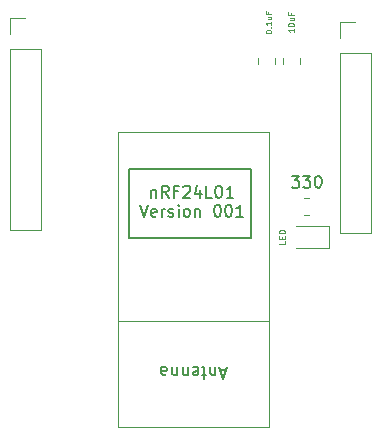
<source format=gbr>
%TF.GenerationSoftware,KiCad,Pcbnew,6.0.5-a6ca702e91~116~ubuntu20.04.1*%
%TF.CreationDate,2022-05-08T08:36:28-05:00*%
%TF.ProjectId,nRF24L01_shield_v001,6e524632-344c-4303-915f-736869656c64,rev?*%
%TF.SameCoordinates,Original*%
%TF.FileFunction,Legend,Top*%
%TF.FilePolarity,Positive*%
%FSLAX46Y46*%
G04 Gerber Fmt 4.6, Leading zero omitted, Abs format (unit mm)*
G04 Created by KiCad (PCBNEW 6.0.5-a6ca702e91~116~ubuntu20.04.1) date 2022-05-08 08:36:28*
%MOMM*%
%LPD*%
G01*
G04 APERTURE LIST*
%ADD10C,0.150000*%
%ADD11C,0.125000*%
%ADD12C,0.120000*%
G04 APERTURE END LIST*
D10*
X148460000Y-89730000D02*
X158760000Y-89730000D01*
X158760000Y-89730000D02*
X158760000Y-95540000D01*
X158760000Y-95540000D02*
X148460000Y-95540000D01*
X148460000Y-95540000D02*
X148460000Y-89730000D01*
X150347619Y-91480714D02*
X150347619Y-92147380D01*
X150347619Y-91575952D02*
X150395238Y-91528333D01*
X150490476Y-91480714D01*
X150633333Y-91480714D01*
X150728571Y-91528333D01*
X150776190Y-91623571D01*
X150776190Y-92147380D01*
X151823809Y-92147380D02*
X151490476Y-91671190D01*
X151252380Y-92147380D02*
X151252380Y-91147380D01*
X151633333Y-91147380D01*
X151728571Y-91195000D01*
X151776190Y-91242619D01*
X151823809Y-91337857D01*
X151823809Y-91480714D01*
X151776190Y-91575952D01*
X151728571Y-91623571D01*
X151633333Y-91671190D01*
X151252380Y-91671190D01*
X152585714Y-91623571D02*
X152252380Y-91623571D01*
X152252380Y-92147380D02*
X152252380Y-91147380D01*
X152728571Y-91147380D01*
X153061904Y-91242619D02*
X153109523Y-91195000D01*
X153204761Y-91147380D01*
X153442857Y-91147380D01*
X153538095Y-91195000D01*
X153585714Y-91242619D01*
X153633333Y-91337857D01*
X153633333Y-91433095D01*
X153585714Y-91575952D01*
X153014285Y-92147380D01*
X153633333Y-92147380D01*
X154490476Y-91480714D02*
X154490476Y-92147380D01*
X154252380Y-91099761D02*
X154014285Y-91814047D01*
X154633333Y-91814047D01*
X155490476Y-92147380D02*
X155014285Y-92147380D01*
X155014285Y-91147380D01*
X156014285Y-91147380D02*
X156109523Y-91147380D01*
X156204761Y-91195000D01*
X156252380Y-91242619D01*
X156300000Y-91337857D01*
X156347619Y-91528333D01*
X156347619Y-91766428D01*
X156300000Y-91956904D01*
X156252380Y-92052142D01*
X156204761Y-92099761D01*
X156109523Y-92147380D01*
X156014285Y-92147380D01*
X155919047Y-92099761D01*
X155871428Y-92052142D01*
X155823809Y-91956904D01*
X155776190Y-91766428D01*
X155776190Y-91528333D01*
X155823809Y-91337857D01*
X155871428Y-91242619D01*
X155919047Y-91195000D01*
X156014285Y-91147380D01*
X157300000Y-92147380D02*
X156728571Y-92147380D01*
X157014285Y-92147380D02*
X157014285Y-91147380D01*
X156919047Y-91290238D01*
X156823809Y-91385476D01*
X156728571Y-91433095D01*
X149371428Y-92757380D02*
X149704761Y-93757380D01*
X150038095Y-92757380D01*
X150752380Y-93709761D02*
X150657142Y-93757380D01*
X150466666Y-93757380D01*
X150371428Y-93709761D01*
X150323809Y-93614523D01*
X150323809Y-93233571D01*
X150371428Y-93138333D01*
X150466666Y-93090714D01*
X150657142Y-93090714D01*
X150752380Y-93138333D01*
X150800000Y-93233571D01*
X150800000Y-93328809D01*
X150323809Y-93424047D01*
X151228571Y-93757380D02*
X151228571Y-93090714D01*
X151228571Y-93281190D02*
X151276190Y-93185952D01*
X151323809Y-93138333D01*
X151419047Y-93090714D01*
X151514285Y-93090714D01*
X151800000Y-93709761D02*
X151895238Y-93757380D01*
X152085714Y-93757380D01*
X152180952Y-93709761D01*
X152228571Y-93614523D01*
X152228571Y-93566904D01*
X152180952Y-93471666D01*
X152085714Y-93424047D01*
X151942857Y-93424047D01*
X151847619Y-93376428D01*
X151800000Y-93281190D01*
X151800000Y-93233571D01*
X151847619Y-93138333D01*
X151942857Y-93090714D01*
X152085714Y-93090714D01*
X152180952Y-93138333D01*
X152657142Y-93757380D02*
X152657142Y-93090714D01*
X152657142Y-92757380D02*
X152609523Y-92805000D01*
X152657142Y-92852619D01*
X152704761Y-92805000D01*
X152657142Y-92757380D01*
X152657142Y-92852619D01*
X153276190Y-93757380D02*
X153180952Y-93709761D01*
X153133333Y-93662142D01*
X153085714Y-93566904D01*
X153085714Y-93281190D01*
X153133333Y-93185952D01*
X153180952Y-93138333D01*
X153276190Y-93090714D01*
X153419047Y-93090714D01*
X153514285Y-93138333D01*
X153561904Y-93185952D01*
X153609523Y-93281190D01*
X153609523Y-93566904D01*
X153561904Y-93662142D01*
X153514285Y-93709761D01*
X153419047Y-93757380D01*
X153276190Y-93757380D01*
X154038095Y-93090714D02*
X154038095Y-93757380D01*
X154038095Y-93185952D02*
X154085714Y-93138333D01*
X154180952Y-93090714D01*
X154323809Y-93090714D01*
X154419047Y-93138333D01*
X154466666Y-93233571D01*
X154466666Y-93757380D01*
X155895238Y-92757380D02*
X155990476Y-92757380D01*
X156085714Y-92805000D01*
X156133333Y-92852619D01*
X156180952Y-92947857D01*
X156228571Y-93138333D01*
X156228571Y-93376428D01*
X156180952Y-93566904D01*
X156133333Y-93662142D01*
X156085714Y-93709761D01*
X155990476Y-93757380D01*
X155895238Y-93757380D01*
X155800000Y-93709761D01*
X155752380Y-93662142D01*
X155704761Y-93566904D01*
X155657142Y-93376428D01*
X155657142Y-93138333D01*
X155704761Y-92947857D01*
X155752380Y-92852619D01*
X155800000Y-92805000D01*
X155895238Y-92757380D01*
X156847619Y-92757380D02*
X156942857Y-92757380D01*
X157038095Y-92805000D01*
X157085714Y-92852619D01*
X157133333Y-92947857D01*
X157180952Y-93138333D01*
X157180952Y-93376428D01*
X157133333Y-93566904D01*
X157085714Y-93662142D01*
X157038095Y-93709761D01*
X156942857Y-93757380D01*
X156847619Y-93757380D01*
X156752380Y-93709761D01*
X156704761Y-93662142D01*
X156657142Y-93566904D01*
X156609523Y-93376428D01*
X156609523Y-93138333D01*
X156657142Y-92947857D01*
X156704761Y-92852619D01*
X156752380Y-92805000D01*
X156847619Y-92757380D01*
X158133333Y-93757380D02*
X157561904Y-93757380D01*
X157847619Y-93757380D02*
X157847619Y-92757380D01*
X157752380Y-92900238D01*
X157657142Y-92995476D01*
X157561904Y-93043095D01*
D11*
%TO.C,C1*%
X160026190Y-78121428D02*
X160026190Y-78073809D01*
X160050000Y-78026190D01*
X160073809Y-78002380D01*
X160121428Y-77978571D01*
X160216666Y-77954761D01*
X160335714Y-77954761D01*
X160430952Y-77978571D01*
X160478571Y-78002380D01*
X160502380Y-78026190D01*
X160526190Y-78073809D01*
X160526190Y-78121428D01*
X160502380Y-78169047D01*
X160478571Y-78192857D01*
X160430952Y-78216666D01*
X160335714Y-78240476D01*
X160216666Y-78240476D01*
X160121428Y-78216666D01*
X160073809Y-78192857D01*
X160050000Y-78169047D01*
X160026190Y-78121428D01*
X160478571Y-77740476D02*
X160502380Y-77716666D01*
X160526190Y-77740476D01*
X160502380Y-77764285D01*
X160478571Y-77740476D01*
X160526190Y-77740476D01*
X160526190Y-77240476D02*
X160526190Y-77526190D01*
X160526190Y-77383333D02*
X160026190Y-77383333D01*
X160097619Y-77430952D01*
X160145238Y-77478571D01*
X160169047Y-77526190D01*
X160192857Y-76811904D02*
X160526190Y-76811904D01*
X160192857Y-77026190D02*
X160454761Y-77026190D01*
X160502380Y-77002380D01*
X160526190Y-76954761D01*
X160526190Y-76883333D01*
X160502380Y-76835714D01*
X160478571Y-76811904D01*
X160264285Y-76407142D02*
X160264285Y-76573809D01*
X160526190Y-76573809D02*
X160026190Y-76573809D01*
X160026190Y-76335714D01*
%TO.C,C2*%
X162426190Y-77835714D02*
X162426190Y-78121428D01*
X162426190Y-77978571D02*
X161926190Y-77978571D01*
X161997619Y-78026190D01*
X162045238Y-78073809D01*
X162069047Y-78121428D01*
X161926190Y-77526190D02*
X161926190Y-77478571D01*
X161950000Y-77430952D01*
X161973809Y-77407142D01*
X162021428Y-77383333D01*
X162116666Y-77359523D01*
X162235714Y-77359523D01*
X162330952Y-77383333D01*
X162378571Y-77407142D01*
X162402380Y-77430952D01*
X162426190Y-77478571D01*
X162426190Y-77526190D01*
X162402380Y-77573809D01*
X162378571Y-77597619D01*
X162330952Y-77621428D01*
X162235714Y-77645238D01*
X162116666Y-77645238D01*
X162021428Y-77621428D01*
X161973809Y-77597619D01*
X161950000Y-77573809D01*
X161926190Y-77526190D01*
X162092857Y-76930952D02*
X162426190Y-76930952D01*
X162092857Y-77145238D02*
X162354761Y-77145238D01*
X162402380Y-77121428D01*
X162426190Y-77073809D01*
X162426190Y-77002380D01*
X162402380Y-76954761D01*
X162378571Y-76930952D01*
X162164285Y-76526190D02*
X162164285Y-76692857D01*
X162426190Y-76692857D02*
X161926190Y-76692857D01*
X161926190Y-76454761D01*
D10*
%TO.C,U2*%
X156661904Y-106753333D02*
X156185714Y-106753333D01*
X156757142Y-106467619D02*
X156423809Y-107467619D01*
X156090476Y-106467619D01*
X155757142Y-107134285D02*
X155757142Y-106467619D01*
X155757142Y-107039047D02*
X155709523Y-107086666D01*
X155614285Y-107134285D01*
X155471428Y-107134285D01*
X155376190Y-107086666D01*
X155328571Y-106991428D01*
X155328571Y-106467619D01*
X154995238Y-107134285D02*
X154614285Y-107134285D01*
X154852380Y-107467619D02*
X154852380Y-106610476D01*
X154804761Y-106515238D01*
X154709523Y-106467619D01*
X154614285Y-106467619D01*
X153900000Y-106515238D02*
X153995238Y-106467619D01*
X154185714Y-106467619D01*
X154280952Y-106515238D01*
X154328571Y-106610476D01*
X154328571Y-106991428D01*
X154280952Y-107086666D01*
X154185714Y-107134285D01*
X153995238Y-107134285D01*
X153900000Y-107086666D01*
X153852380Y-106991428D01*
X153852380Y-106896190D01*
X154328571Y-106800952D01*
X153423809Y-107134285D02*
X153423809Y-106467619D01*
X153423809Y-107039047D02*
X153376190Y-107086666D01*
X153280952Y-107134285D01*
X153138095Y-107134285D01*
X153042857Y-107086666D01*
X152995238Y-106991428D01*
X152995238Y-106467619D01*
X152519047Y-107134285D02*
X152519047Y-106467619D01*
X152519047Y-107039047D02*
X152471428Y-107086666D01*
X152376190Y-107134285D01*
X152233333Y-107134285D01*
X152138095Y-107086666D01*
X152090476Y-106991428D01*
X152090476Y-106467619D01*
X151185714Y-106467619D02*
X151185714Y-106991428D01*
X151233333Y-107086666D01*
X151328571Y-107134285D01*
X151519047Y-107134285D01*
X151614285Y-107086666D01*
X151185714Y-106515238D02*
X151280952Y-106467619D01*
X151519047Y-106467619D01*
X151614285Y-106515238D01*
X151661904Y-106610476D01*
X151661904Y-106705714D01*
X151614285Y-106800952D01*
X151519047Y-106848571D01*
X151280952Y-106848571D01*
X151185714Y-106896190D01*
%TO.C,R1*%
X162244285Y-90302380D02*
X162863333Y-90302380D01*
X162530000Y-90683333D01*
X162672857Y-90683333D01*
X162768095Y-90730952D01*
X162815714Y-90778571D01*
X162863333Y-90873809D01*
X162863333Y-91111904D01*
X162815714Y-91207142D01*
X162768095Y-91254761D01*
X162672857Y-91302380D01*
X162387142Y-91302380D01*
X162291904Y-91254761D01*
X162244285Y-91207142D01*
X163196666Y-90302380D02*
X163815714Y-90302380D01*
X163482380Y-90683333D01*
X163625238Y-90683333D01*
X163720476Y-90730952D01*
X163768095Y-90778571D01*
X163815714Y-90873809D01*
X163815714Y-91111904D01*
X163768095Y-91207142D01*
X163720476Y-91254761D01*
X163625238Y-91302380D01*
X163339523Y-91302380D01*
X163244285Y-91254761D01*
X163196666Y-91207142D01*
X164434761Y-90302380D02*
X164530000Y-90302380D01*
X164625238Y-90350000D01*
X164672857Y-90397619D01*
X164720476Y-90492857D01*
X164768095Y-90683333D01*
X164768095Y-90921428D01*
X164720476Y-91111904D01*
X164672857Y-91207142D01*
X164625238Y-91254761D01*
X164530000Y-91302380D01*
X164434761Y-91302380D01*
X164339523Y-91254761D01*
X164291904Y-91207142D01*
X164244285Y-91111904D01*
X164196666Y-90921428D01*
X164196666Y-90683333D01*
X164244285Y-90492857D01*
X164291904Y-90397619D01*
X164339523Y-90350000D01*
X164434761Y-90302380D01*
D11*
%TO.C,D1*%
X161671190Y-95791428D02*
X161671190Y-96029523D01*
X161171190Y-96029523D01*
X161409285Y-95624761D02*
X161409285Y-95458095D01*
X161671190Y-95386666D02*
X161671190Y-95624761D01*
X161171190Y-95624761D01*
X161171190Y-95386666D01*
X161671190Y-95172380D02*
X161171190Y-95172380D01*
X161171190Y-95053333D01*
X161195000Y-94981904D01*
X161242619Y-94934285D01*
X161290238Y-94910476D01*
X161385476Y-94886666D01*
X161456904Y-94886666D01*
X161552142Y-94910476D01*
X161599761Y-94934285D01*
X161647380Y-94981904D01*
X161671190Y-95053333D01*
X161671190Y-95172380D01*
D12*
%TO.C,C1*%
X159365000Y-80861252D02*
X159365000Y-80338748D01*
X160835000Y-80861252D02*
X160835000Y-80338748D01*
%TO.C,C2*%
X161465000Y-80861252D02*
X161465000Y-80338748D01*
X162935000Y-80861252D02*
X162935000Y-80338748D01*
%TO.C,U2*%
X160275000Y-102600000D02*
X147525000Y-102600000D01*
X160275000Y-86600000D02*
X147525000Y-86600000D01*
X147525000Y-86600000D02*
X147525000Y-111550000D01*
X147525000Y-111550000D02*
X160275000Y-111550000D01*
X160275000Y-111550000D02*
X160275000Y-86600000D01*
%TO.C,J1*%
X138370000Y-78300000D02*
X138370000Y-76970000D01*
X138370000Y-79570000D02*
X138370000Y-94870000D01*
X138370000Y-76970000D02*
X139700000Y-76970000D01*
X141030000Y-79570000D02*
X141030000Y-94870000D01*
X138370000Y-94870000D02*
X141030000Y-94870000D01*
X138370000Y-79570000D02*
X141030000Y-79570000D01*
%TO.C,J2*%
X168970000Y-79870000D02*
X168970000Y-95170000D01*
X166310000Y-79870000D02*
X166310000Y-95170000D01*
X166310000Y-95170000D02*
X168970000Y-95170000D01*
X166310000Y-79870000D02*
X168970000Y-79870000D01*
X166310000Y-77270000D02*
X167640000Y-77270000D01*
X166310000Y-78600000D02*
X166310000Y-77270000D01*
%TO.C,R1*%
X163737064Y-93605000D02*
X163282936Y-93605000D01*
X163737064Y-92135000D02*
X163282936Y-92135000D01*
%TO.C,D1*%
X162570000Y-96430000D02*
X165430000Y-96430000D01*
X165430000Y-94510000D02*
X162570000Y-94510000D01*
X165430000Y-96430000D02*
X165430000Y-94510000D01*
%TD*%
M02*

</source>
